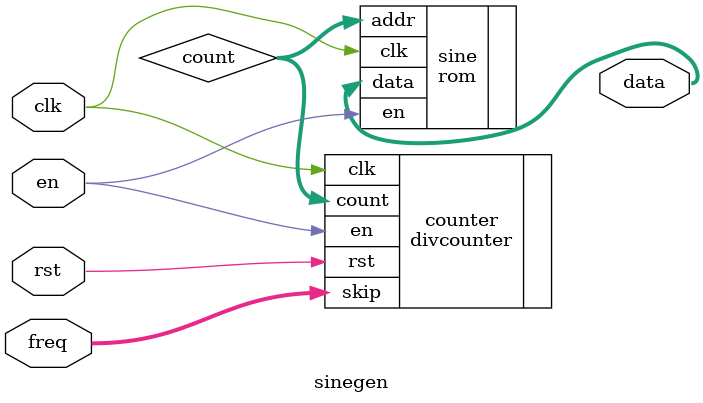
<source format=sv>
module sinegen #(
    parameter WIDTH = 8
)(
    // interface signals
    input logic clk,
    input logic en,
    input logic rst,
    input logic [WIDTH-1:0] freq,
    output logic [WIDTH-1:0] data
);

// private signals
logic [WIDTH-1:0] count;

// override parameters to width of mem file
rom #(
    .ADDR_WIDTH(WIDTH),
    .DATA_WIDTH(WIDTH)
) sine (
    .clk(clk),
    .en(en),
    .addr(count),
    .data(data)
);

divcounter #(
    .WIDTH(WIDTH)
) counter (
    .clk(clk),
    .count(count),
    .skip(freq),
    .en(en),
    .rst(rst)
);

endmodule: sinegen


</source>
